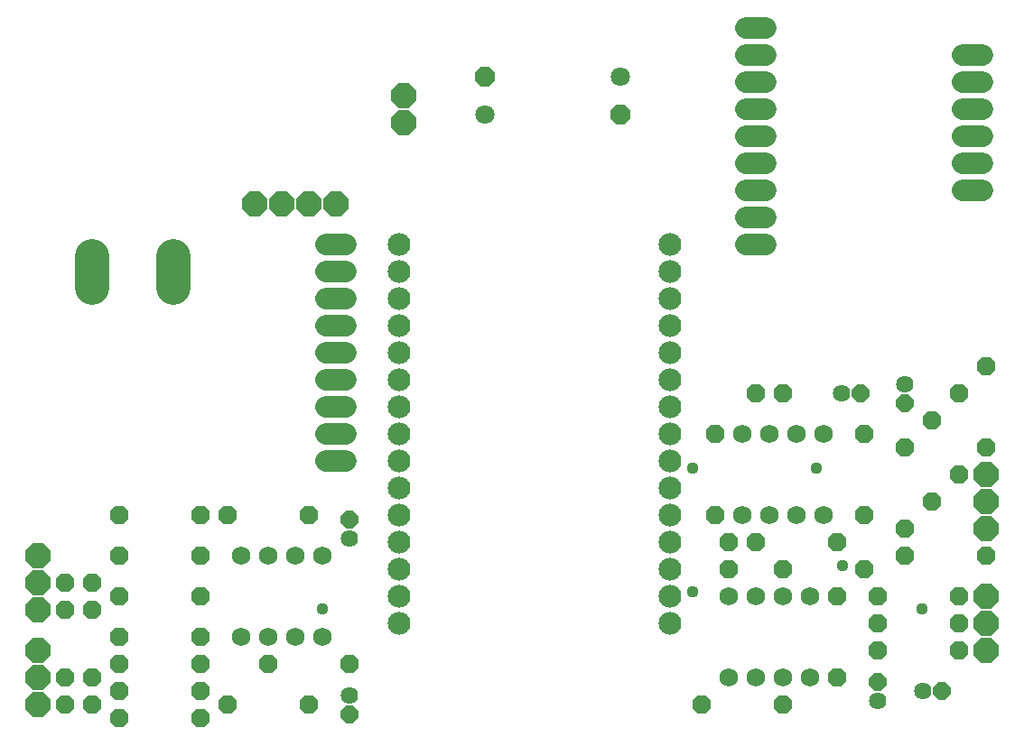
<source format=gbr>
G04 EAGLE Gerber RS-274X export*
G75*
%MOMM*%
%FSLAX34Y34*%
%LPD*%
%INSoldermask Top*%
%IPPOS*%
%AMOC8*
5,1,8,0,0,1.08239X$1,22.5*%
G01*
%ADD10C,2.133600*%
%ADD11C,2.057400*%
%ADD12C,3.203200*%
%ADD13C,1.727200*%
%ADD14P,2.556822X8X22.500000*%
%ADD15P,1.869504X8X22.500000*%
%ADD16P,1.869504X8X202.500000*%
%ADD17P,1.759533X8X292.500000*%
%ADD18C,1.625600*%
%ADD19P,1.759533X8X112.500000*%
%ADD20P,1.869504X8X292.500000*%
%ADD21P,1.759533X8X22.500000*%
%ADD22P,1.869504X8X112.500000*%
%ADD23P,1.951982X8X112.500000*%
%ADD24C,1.803400*%
%ADD25P,1.951982X8X292.500000*%
%ADD26C,1.109600*%


D10*
X656100Y126900D03*
X656100Y152300D03*
X656100Y177700D03*
X656100Y203100D03*
X656100Y228500D03*
X656100Y253900D03*
X656100Y279300D03*
X656100Y304700D03*
X656100Y330100D03*
X656100Y355500D03*
X656100Y380900D03*
X656100Y406300D03*
X656100Y431700D03*
X656100Y457100D03*
X656100Y482500D03*
X402050Y126900D03*
X402050Y152300D03*
X402050Y177700D03*
X402050Y203100D03*
X402050Y228500D03*
X402050Y253900D03*
X402050Y279300D03*
X402050Y304700D03*
X402050Y330100D03*
X402050Y355500D03*
X402050Y380900D03*
X402050Y406300D03*
X402050Y431700D03*
X402050Y457100D03*
X402050Y482500D03*
D11*
X352171Y279400D02*
X333629Y279400D01*
X333629Y304800D02*
X352171Y304800D01*
X352171Y330200D02*
X333629Y330200D01*
X333629Y355600D02*
X352171Y355600D01*
X352171Y381000D02*
X333629Y381000D01*
X333629Y406400D02*
X352171Y406400D01*
X352171Y431800D02*
X333629Y431800D01*
X333629Y457200D02*
X352171Y457200D01*
X352171Y482600D02*
X333629Y482600D01*
D12*
X190500Y472200D02*
X190500Y442200D01*
X114300Y442200D02*
X114300Y472200D01*
D11*
X727329Y685800D02*
X745871Y685800D01*
X745871Y660400D02*
X727329Y660400D01*
X727329Y635000D02*
X745871Y635000D01*
X745871Y609600D02*
X727329Y609600D01*
X727329Y584200D02*
X745871Y584200D01*
X745871Y558800D02*
X727329Y558800D01*
X727329Y533400D02*
X745871Y533400D01*
X745871Y508000D02*
X727329Y508000D01*
X727329Y482600D02*
X745871Y482600D01*
X930529Y660400D02*
X949071Y660400D01*
X949071Y635000D02*
X930529Y635000D01*
X930529Y609600D02*
X949071Y609600D01*
X949071Y584200D02*
X930529Y584200D01*
X930529Y558800D02*
X949071Y558800D01*
X949071Y533400D02*
X930529Y533400D01*
D13*
X330200Y190500D03*
X304800Y190500D03*
X304800Y114300D03*
X330200Y114300D03*
X279400Y190500D03*
X254000Y190500D03*
X279400Y114300D03*
X254000Y114300D03*
D14*
X406400Y596900D03*
X63500Y139700D03*
X63500Y165100D03*
X63500Y101600D03*
X63500Y190500D03*
X63500Y50800D03*
X63500Y76200D03*
X342900Y520700D03*
X317500Y520700D03*
X292100Y520700D03*
X266700Y520700D03*
D13*
X711200Y76200D03*
X736600Y76200D03*
X736600Y152400D03*
X711200Y152400D03*
X762000Y76200D03*
X787400Y76200D03*
X762000Y152400D03*
X787400Y152400D03*
D15*
X736600Y203200D03*
X812800Y203200D03*
D14*
X952500Y152400D03*
X952500Y101600D03*
X952500Y127000D03*
X952500Y266700D03*
X952500Y215900D03*
X952500Y241300D03*
D15*
X88900Y50800D03*
X114300Y50800D03*
D16*
X215900Y38100D03*
X139700Y38100D03*
D15*
X88900Y76200D03*
X114300Y76200D03*
D16*
X215900Y63500D03*
X139700Y63500D03*
X355600Y88900D03*
X279400Y88900D03*
X215900Y88900D03*
X139700Y88900D03*
D17*
X355600Y41910D03*
D18*
X355600Y59690D03*
D16*
X317500Y50800D03*
X241300Y50800D03*
D15*
X88900Y139700D03*
X114300Y139700D03*
X88900Y165100D03*
X114300Y165100D03*
D16*
X215900Y114300D03*
X139700Y114300D03*
X215900Y152400D03*
X139700Y152400D03*
X317500Y228600D03*
X241300Y228600D03*
D19*
X355600Y224790D03*
D18*
X355600Y207010D03*
D16*
X215900Y190500D03*
X139700Y190500D03*
X215900Y228600D03*
X139700Y228600D03*
D20*
X711200Y203200D03*
X711200Y177800D03*
X812800Y152400D03*
X812800Y76200D03*
D16*
X838200Y177800D03*
X762000Y177800D03*
D19*
X850900Y72390D03*
D18*
X850900Y54610D03*
D15*
X850900Y152400D03*
X927100Y152400D03*
X850900Y101600D03*
X927100Y101600D03*
D21*
X910590Y63500D03*
D18*
X892810Y63500D03*
D16*
X762000Y50800D03*
X685800Y50800D03*
D13*
X723900Y228600D03*
X749300Y228600D03*
X749300Y304800D03*
X723900Y304800D03*
X774700Y228600D03*
X800100Y228600D03*
X774700Y304800D03*
X800100Y304800D03*
D22*
X838200Y228600D03*
X838200Y304800D03*
D16*
X762000Y342900D03*
X736600Y342900D03*
D20*
X952500Y368300D03*
X952500Y292100D03*
X698500Y304800D03*
X698500Y228600D03*
D17*
X876300Y334010D03*
D18*
X876300Y351790D03*
D22*
X927100Y266700D03*
X927100Y342900D03*
D20*
X876300Y292100D03*
X876300Y215900D03*
D21*
X834390Y342900D03*
D18*
X816610Y342900D03*
D15*
X876300Y190500D03*
X952500Y190500D03*
D20*
X901700Y317500D03*
X901700Y241300D03*
D23*
X482600Y640080D03*
D24*
X482600Y604520D03*
D25*
X609600Y604520D03*
D24*
X609600Y640080D03*
D14*
X406400Y622300D03*
D15*
X850900Y127000D03*
X927100Y127000D03*
D26*
X330480Y140454D03*
X677484Y156978D03*
X677484Y272646D03*
X892296Y140454D03*
X817938Y181764D03*
X793152Y272646D03*
M02*

</source>
